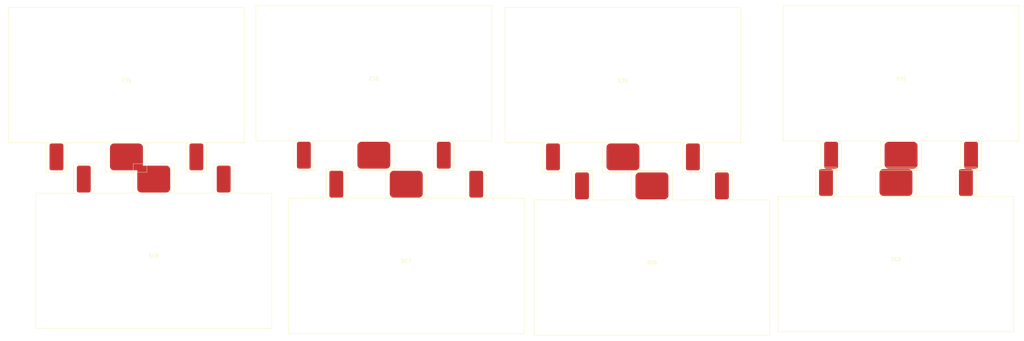
<source format=kicad_pcb>
(kicad_pcb (version 20241229) (generator "pcbnew") (generator_version "9.0")
  (layers (0 "F.Cu" signal) (2 "B.Cu" signal) (13 "F.Paste" user) (15 "B.Paste" user) (5 "F.SilkS" user "F.Silkscreen") (7 "B.SilkS" user "B.Silkscreen") (1 "F.Mask" user) (3 "B.Mask" user) (25 "Edge.Cuts" user))
  (net 0 "")
  (net 1 "Net-(J1-Pin_1)")
  (net 2 "Net-(SC1--)")
  (net 3 "Net-(SC2--)")
  (net 4 "Net-(SC3--)")
  (net 5 "Net-(SC4--)")
  (net 6 "Net-(SC5--)")
  (net 7 "Net-(SC6--)")
  (net 8 "Net-(SC7--)")
  (net 9 "GND")
  (footprint "solar_cells:xte-sf" (layer "F.Cu") (at 61 49 180)
    (property "Reference" "SC1" (at 0 -1.5 180) (layer "F.SilkS") (effects (font (thickness 0.1))))
    (property "Value" "XTE-SF")
    (fp_line (start 23.5 -28.5) (end 23.5 -20) (stroke (width 0.1)) (layer "F.SilkS"))
    (fp_line (start 17.5 -20) (end 17.5 -28.5) (stroke (width 0.1)) (layer "F.SilkS"))
    (fp_line (start 17.5 -28.5) (end 23.5 -28.5) (stroke (width 0.1)) (layer "F.SilkS"))
    (fp_line (start 6 -28.5) (end 6 -20) (stroke (width 0.1)) (layer "F.SilkS"))
    (fp_line (start -6 -28.5) (end 6 -28.5) (stroke (width 0.1)) (layer "F.SilkS"))
    (fp_line (start -6 -28.5) (end -6 -20) (stroke (width 0.1)) (layer "F.SilkS"))
    (fp_line (start -17.5 -28.5) (end -17.5 -20) (stroke (width 0.1)) (layer "F.SilkS"))
    (fp_line (start -23.5 -20) (end -23.5 -28.5) (stroke (width 0.1)) (layer "F.SilkS"))
    (fp_line (start -23.5 -28.5) (end -17.5 -28.5) (stroke (width 0.1)) (layer "F.SilkS"))
    (fp_line (start -23.5 -28.5) (end -23.5 -20) (stroke (width 0.1)) (layer "F.SilkS"))
    (fp_rect (start -34.55 -19.85) (end 34.55 19.85) (stroke (width 0.1)) (fill no) (layer "F.SilkS"))
    (pad "1" smd roundrect (at 0 -24 180) (size 9.652 7.874) (layers "F.Cu" "F.Mask" "F.Paste") (roundrect_rratio 0.15) (net 1 "Net-(J1-Pin_1)"))
    (pad "2" smd roundrect (at -20.5 -24 180) (size 4.064 7.874) (layers "F.Cu" "F.Mask" "F.Paste") (roundrect_rratio 0.15) (net 2 "Net-(SC1--)"))
    (pad "3" smd roundrect (at 20.5 -24 180) (size 4.064 7.874) (layers "F.Cu" "F.Mask" "F.Paste") (roundrect_rratio 0.15))
  )
  (footprint "solar_cells:xte-sf" (layer "F.Cu") (at 143 105)
    (property "Reference" "SC7" (at 0 -1.5 0) (layer "F.SilkS") (effects (font (thickness 0.1))))
    (property "Value" "XTE-SF")
    (fp_line (start -23.5 -28.5) (end -23.5 -20) (stroke (width 0.1)) (layer "F.SilkS"))
    (fp_line (start -23.5 -28.5) (end -17.5 -28.5) (stroke (width 0.1)) (layer "F.SilkS"))
    (fp_line (start -23.5 -20) (end -23.5 -28.5) (stroke (width 0.1)) (layer "F.SilkS"))
    (fp_line (start -17.5 -28.5) (end -17.5 -20) (stroke (width 0.1)) (layer "F.SilkS"))
    (fp_line (start -6 -28.5) (end -6 -20) (stroke (width 0.1)) (layer "F.SilkS"))
    (fp_line (start -6 -28.5) (end 6 -28.5) (stroke (width 0.1)) (layer "F.SilkS"))
    (fp_line (start 6 -28.5) (end 6 -20) (stroke (width 0.1)) (layer "F.SilkS"))
    (fp_line (start 17.5 -28.5) (end 23.5 -28.5) (stroke (width 0.1)) (layer "F.SilkS"))
    (fp_line (start 17.5 -20) (end 17.5 -28.5) (stroke (width 0.1)) (layer "F.SilkS"))
    (fp_line (start 23.5 -28.5) (end 23.5 -20) (stroke (width 0.1)) (layer "F.SilkS"))
    (fp_rect (start -34.55 -19.85) (end 34.55 19.85) (stroke (width 0.1)) (fill no) (layer "F.SilkS"))
    (pad "1" smd roundrect (at 0 -24) (size 9.652 7.874) (layers "F.Cu" "F.Mask" "F.Paste") (roundrect_rratio 0.15) (net 7 "Net-(SC6--)"))
    (pad "2" smd roundrect (at -20.5 -24) (size 4.064 7.874) (layers "F.Cu" "F.Mask" "F.Paste") (roundrect_rratio 0.15) (net 8 "Net-(SC7--)"))
    (pad "3" smd roundrect (at 20.5 -24) (size 4.064 7.874) (layers "F.Cu" "F.Mask" "F.Paste") (roundrect_rratio 0.15))
  )
  (footprint "solar_cells:xte-sf" (layer "F.Cu") (at 215 105.5)
    (property "Reference" "SC6" (at 0 -1.5 0) (layer "F.SilkS") (effects (font (thickness 0.1))))
    (property "Value" "XTE-SF")
    (fp_line (start -23.5 -28.5) (end -23.5 -20) (stroke (width 0.1)) (layer "F.SilkS"))
    (fp_line (start -23.5 -28.5) (end -17.5 -28.5) (stroke (width 0.1)) (layer "F.SilkS"))
    (fp_line (start -23.5 -20) (end -23.5 -28.5) (stroke (width 0.1)) (layer "F.SilkS"))
    (fp_line (start -17.5 -28.5) (end -17.5 -20) (stroke (width 0.1)) (layer "F.SilkS"))
    (fp_line (start -6 -28.5) (end -6 -20) (stroke (width 0.1)) (layer "F.SilkS"))
    (fp_line (start -6 -28.5) (end 6 -28.5) (stroke (width 0.1)) (layer "F.SilkS"))
    (fp_line (start 6 -28.5) (end 6 -20) (stroke (width 0.1)) (layer "F.SilkS"))
    (fp_line (start 17.5 -28.5) (end 23.5 -28.5) (stroke (width 0.1)) (layer "F.SilkS"))
    (fp_line (start 17.5 -20) (end 17.5 -28.5) (stroke (width 0.1)) (layer "F.SilkS"))
    (fp_line (start 23.5 -28.5) (end 23.5 -20) (stroke (width 0.1)) (layer "F.SilkS"))
    (fp_rect (start -34.55 -19.85) (end 34.55 19.85) (stroke (width 0.1)) (fill no) (layer "F.SilkS"))
    (pad "1" smd roundrect (at 0 -24) (size 9.652 7.874) (layers "F.Cu" "F.Mask" "F.Paste") (roundrect_rratio 0.15) (net 6 "Net-(SC5--)"))
    (pad "2" smd roundrect (at -20.5 -24) (size 4.064 7.874) (layers "F.Cu" "F.Mask" "F.Paste") (roundrect_rratio 0.15) (net 7 "Net-(SC6--)"))
    (pad "3" smd roundrect (at 20.5 -24) (size 4.064 7.874) (layers "F.Cu" "F.Mask" "F.Paste") (roundrect_rratio 0.15))
  )
  (footprint "solar_cells:xte-sf" (layer "F.Cu") (at 288 48.5 180)
    (property "Reference" "SC4" (at 0 -1.5 180) (layer "F.SilkS") (effects (font (thickness 0.1))))
    (property "Value" "XTE-SF")
    (fp_line (start 23.5 -28.5) (end 23.5 -20) (stroke (width 0.1)) (layer "F.SilkS"))
    (fp_line (start 17.5 -20) (end 17.5 -28.5) (stroke (width 0.1)) (layer "F.SilkS"))
    (fp_line (start 17.5 -28.5) (end 23.5 -28.5) (stroke (width 0.1)) (layer "F.SilkS"))
    (fp_line (start 6 -28.5) (end 6 -20) (stroke (width 0.1)) (layer "F.SilkS"))
    (fp_line (start -6 -28.5) (end 6 -28.5) (stroke (width 0.1)) (layer "F.SilkS"))
    (fp_line (start -6 -28.5) (end -6 -20) (stroke (width 0.1)) (layer "F.SilkS"))
    (fp_line (start -17.5 -28.5) (end -17.5 -20) (stroke (width 0.1)) (layer "F.SilkS"))
    (fp_line (start -23.5 -20) (end -23.5 -28.5) (stroke (width 0.1)) (layer "F.SilkS"))
    (fp_line (start -23.5 -28.5) (end -17.5 -28.5) (stroke (width 0.1)) (layer "F.SilkS"))
    (fp_line (start -23.5 -28.5) (end -23.5 -20) (stroke (width 0.1)) (layer "F.SilkS"))
    (fp_rect (start -34.55 -19.85) (end 34.55 19.85) (stroke (width 0.1)) (fill no) (layer "F.SilkS"))
    (pad "1" smd roundrect (at 0 -24 180) (size 9.652 7.874) (layers "F.Cu" "F.Mask" "F.Paste") (roundrect_rratio 0.15) (net 4 "Net-(SC3--)"))
    (pad "2" smd roundrect (at -20.5 -24 180) (size 4.064 7.874) (layers "F.Cu" "F.Mask" "F.Paste") (roundrect_rratio 0.15) (net 5 "Net-(SC4--)"))
    (pad "3" smd roundrect (at 20.5 -24 180) (size 4.064 7.874) (layers "F.Cu" "F.Mask" "F.Paste") (roundrect_rratio 0.15))
  )
  (footprint "solar_cells:xte-sf" (layer "F.Cu") (at 206.5 49 180)
    (property "Reference" "SC3" (at 0 -1.5 180) (layer "F.SilkS") (effects (font (thickness 0.1))))
    (property "Value" "XTE-SF")
    (fp_line (start 23.5 -28.5) (end 23.5 -20) (stroke (width 0.1)) (layer "F.SilkS"))
    (fp_line (start 17.5 -20) (end 17.5 -28.5) (stroke (width 0.1)) (layer "F.SilkS"))
    (fp_line (start 17.5 -28.5) (end 23.5 -28.5) (stroke (width 0.1)) (layer "F.SilkS"))
    (fp_line (start 6 -28.5) (end 6 -20) (stroke (width 0.1)) (layer "F.SilkS"))
    (fp_line (start -6 -28.5) (end 6 -28.5) (stroke (width 0.1)) (layer "F.SilkS"))
    (fp_line (start -6 -28.5) (end -6 -20) (stroke (width 0.1)) (layer "F.SilkS"))
    (fp_line (start -17.5 -28.5) (end -17.5 -20) (stroke (width 0.1)) (layer "F.SilkS"))
    (fp_line (start -23.5 -20) (end -23.5 -28.5) (stroke (width 0.1)) (layer "F.SilkS"))
    (fp_line (start -23.5 -28.5) (end -17.5 -28.5) (stroke (width 0.1)) (layer "F.SilkS"))
    (fp_line (start -23.5 -28.5) (end -23.5 -20) (stroke (width 0.1)) (layer "F.SilkS"))
    (fp_rect (start -34.55 -19.85) (end 34.55 19.85) (stroke (width 0.1)) (fill no) (layer "F.SilkS"))
    (pad "1" smd roundrect (at 0 -24 180) (size 9.652 7.874) (layers "F.Cu" "F.Mask" "F.Paste") (roundrect_rratio 0.15) (net 3 "Net-(SC2--)"))
    (pad "2" smd roundrect (at -20.5 -24 180) (size 4.064 7.874) (layers "F.Cu" "F.Mask" "F.Paste") (roundrect_rratio 0.15) (net 4 "Net-(SC3--)"))
    (pad "3" smd roundrect (at 20.5 -24 180) (size 4.064 7.874) (layers "F.Cu" "F.Mask" "F.Paste") (roundrect_rratio 0.15))
  )
  (footprint "solar_cells:xte-sf" (layer "F.Cu") (at 286.5 104.5)
    (property "Reference" "SC5" (at 0 -1.5 0) (layer "F.SilkS") (effects (font (thickness 0.1))))
    (property "Value" "XTE-SF")
    (fp_line (start -23.5 -28.5) (end -23.5 -20) (stroke (width 0.1)) (layer "F.SilkS"))
    (fp_line (start -23.5 -28.5) (end -17.5 -28.5) (stroke (width 0.1)) (layer "F.SilkS"))
    (fp_line (start -23.5 -20) (end -23.5 -28.5) (stroke (width 0.1)) (layer "F.SilkS"))
    (fp_line (start -17.5 -28.5) (end -17.5 -20) (stroke (width 0.1)) (layer "F.SilkS"))
    (fp_line (start -6 -28.5) (end -6 -20) (stroke (width 0.1)) (layer "F.SilkS"))
    (fp_line (start -6 -28.5) (end 6 -28.5) (stroke (width 0.1)) (layer "F.SilkS"))
    (fp_line (start 6 -28.5) (end 6 -20) (stroke (width 0.1)) (layer "F.SilkS"))
    (fp_line (start 17.5 -28.5) (end 23.5 -28.5) (stroke (width 0.1)) (layer "F.SilkS"))
    (fp_line (start 17.5 -20) (end 17.5 -28.5) (stroke (width 0.1)) (layer "F.SilkS"))
    (fp_line (start 23.5 -28.5) (end 23.5 -20) (stroke (width 0.1)) (layer "F.SilkS"))
    (fp_rect (start -34.55 -19.85) (end 34.55 19.85) (stroke (width 0.1)) (fill no) (layer "F.SilkS"))
    (pad "1" smd roundrect (at 0 -24) (size 9.652 7.874) (layers "F.Cu" "F.Mask" "F.Paste") (roundrect_rratio 0.15) (net 5 "Net-(SC4--)"))
    (pad "2" smd roundrect (at -20.5 -24) (size 4.064 7.874) (layers "F.Cu" "F.Mask" "F.Paste") (roundrect_rratio 0.15) (net 6 "Net-(SC5--)"))
    (pad "3" smd roundrect (at 20.5 -24) (size 4.064 7.874) (layers "F.Cu" "F.Mask" "F.Paste") (roundrect_rratio 0.15))
  )
  (footprint "solar_cells:xte-sf" (layer "F.Cu") (at 69 103.5)
    (property "Reference" "SC8" (at 0 -1.5 0) (layer "F.SilkS") (effects (font (thickness 0.1))))
    (property "Value" "XTE-SF")
    (fp_line (start -23.5 -28.5) (end -23.5 -20) (stroke (width 0.1)) (layer "F.SilkS"))
    (fp_line (start -23.5 -28.5) (end -17.5 -28.5) (stroke (width 0.1)) (layer "F.SilkS"))
    (fp_line (start -23.5 -20) (end -23.5 -28.5) (stroke (width 0.1)) (layer "F.SilkS"))
    (fp_line (start -17.5 -28.5) (end -17.5 -20) (stroke (width 0.1)) (layer "F.SilkS"))
    (fp_line (start -6 -28.5) (end -6 -20) (stroke (width 0.1)) (layer "F.SilkS"))
    (fp_line (start -6 -28.5) (end 6 -28.5) (stroke (width 0.1)) (layer "F.SilkS"))
    (fp_line (start 6 -28.5) (end 6 -20) (stroke (width 0.1)) (layer "F.SilkS"))
    (fp_line (start 17.5 -28.5) (end 23.5 -28.5) (stroke (width 0.1)) (layer "F.SilkS"))
    (fp_line (start 17.5 -20) (end 17.5 -28.5) (stroke (width 0.1)) (layer "F.SilkS"))
    (fp_line (start 23.5 -28.5) (end 23.5 -20) (stroke (width 0.1)) (layer "F.SilkS"))
    (fp_rect (start -34.55 -19.85) (end 34.55 19.85) (stroke (width 0.1)) (fill no) (layer "F.SilkS"))
    (pad "1" smd roundrect (at 0 -24) (size 9.652 7.874) (layers "F.Cu" "F.Mask" "F.Paste") (roundrect_rratio 0.15) (net 8 "Net-(SC7--)"))
    (pad "2" smd roundrect (at -20.5 -24) (size 4.064 7.874) (layers "F.Cu" "F.Mask" "F.Paste") (roundrect_rratio 0.15) (net 9 "GND"))
    (pad "3" smd roundrect (at 20.5 -24) (size 4.064 7.874) (layers "F.Cu" "F.Mask" "F.Paste") (roundrect_rratio 0.15))
  )
  (footprint "solar_cells:xte-sf" (layer "F.Cu") (at 133.5 48.5 180)
    (property "Reference" "SC2" (at 0 -1.5 180) (layer "F.SilkS") (effects (font (thickness 0.1))))
    (property "Value" "XTE-SF")
    (fp_line (start 23.5 -28.5) (end 23.5 -20) (stroke (width 0.1)) (layer "F.SilkS"))
    (fp_line (start 17.5 -20) (end 17.5 -28.5) (stroke (width 0.1)) (layer "F.SilkS"))
    (fp_line (start 17.5 -28.5) (end 23.5 -28.5) (stroke (width 0.1)) (layer "F.SilkS"))
    (fp_line (start 6 -28.5) (end 6 -20) (stroke (width 0.1)) (layer "F.SilkS"))
    (fp_line (start -6 -28.5) (end 6 -28.5) (stroke (width 0.1)) (layer "F.SilkS"))
    (fp_line (start -6 -28.5) (end -6 -20) (stroke (width 0.1)) (layer "F.SilkS"))
    (fp_line (start -17.5 -28.5) (end -17.5 -20) (stroke (width 0.1)) (layer "F.SilkS"))
    (fp_line (start -23.5 -20) (end -23.5 -28.5) (stroke (width 0.1)) (layer "F.SilkS"))
    (fp_line (start -23.5 -28.5) (end -17.5 -28.5) (stroke (width 0.1)) (layer "F.SilkS"))
    (fp_line (start -23.5 -28.5) (end -23.5 -20) (stroke (width 0.1)) (layer "F.SilkS"))
    (fp_rect (start -34.55 -19.85) (end 34.55 19.85) (stroke (width 0.1)) (fill no) (layer "F.SilkS"))
    (pad "1" smd roundrect (at 0 -24 180) (size 9.652 7.874) (layers "F.Cu" "F.Mask" "F.Paste") (roundrect_rratio 0.15) (net 2 "Net-(SC1--)"))
    (pad "2" smd roundrect (at -20.5 -24 180) (size 4.064 7.874) (layers "F.Cu" "F.Mask" "F.Paste") (roundrect_rratio 0.15) (net 3 "Net-(SC2--)"))
    (pad "3" smd roundrect (at 20.5 -24 180) (size 4.064 7.874) (layers "F.Cu" "F.Mask" "F.Paste") (roundrect_rratio 0.15))
  )
)
</source>
